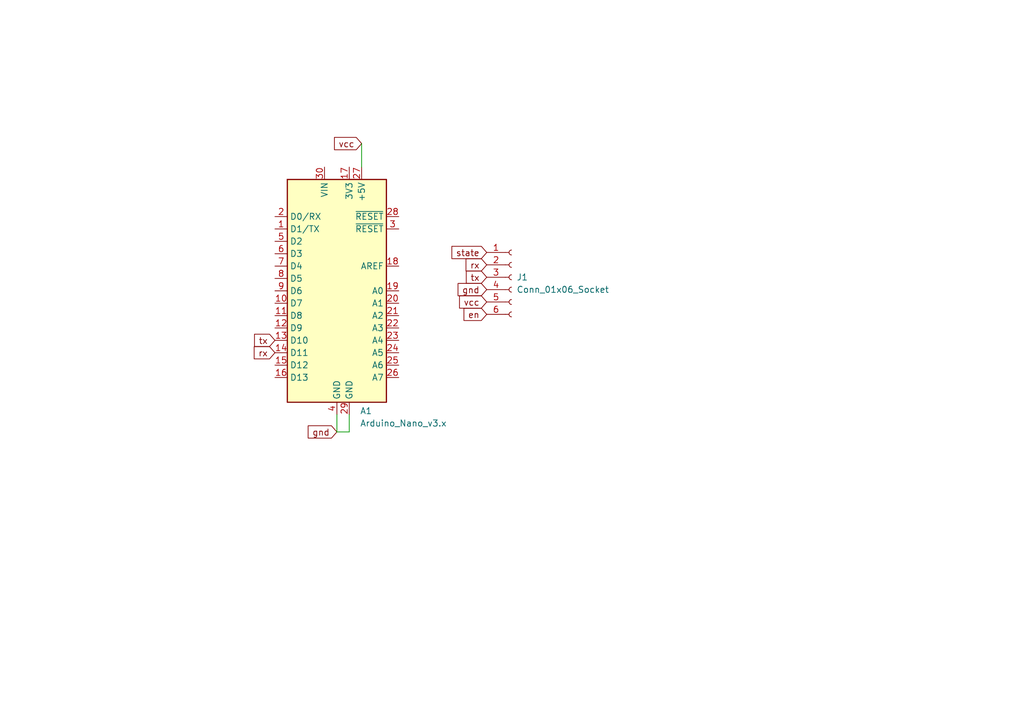
<source format=kicad_sch>
(kicad_sch (version 20230121) (generator eeschema)
  (paper "A5")
  (lib_symbols
    (symbol "Connector:Conn_01x06_Socket" (pin_names (offset 1.016) hide)
      (property "Reference" "J" (at 0 7.62 0))
      (property "Value" "Conn_01x06_Socket" (at 0 -10.16 0))
      (symbol "Conn_01x06_Socket_1_1"
        (arc (start 0 -7.112) (mid -0.5058 -7.62) (end 0 -8.128) (stroke (width 0.1524)))
        (arc (start 0 -4.572) (mid -0.5058 -5.08) (end 0 -5.588) (stroke (width 0.1524)))
        (arc (start 0 -2.032) (mid -0.5058 -2.54) (end 0 -3.048) (stroke (width 0.1524)))
        (polyline (pts (xy -1.27 -7.62) (xy -0.508 -7.62)) (stroke (width 0.1524)))
        (polyline (pts (xy -1.27 -5.08) (xy -0.508 -5.08)) (stroke (width 0.1524)))
        (polyline (pts (xy -1.27 -2.54) (xy -0.508 -2.54)) (stroke (width 0.1524)))
        (polyline (pts (xy -1.27 0) (xy -0.508 0)) (stroke (width 0.1524)))
        (polyline (pts (xy -1.27 2.54) (xy -0.508 2.54)) (stroke (width 0.1524)))
        (polyline (pts (xy -1.27 5.08) (xy -0.508 5.08)) (stroke (width 0.1524)))
        (arc (start 0 0.508) (mid -0.5058 0) (end 0 -0.508) (stroke (width 0.1524)))
        (arc (start 0 3.048) (mid -0.5058 2.54) (end 0 2.032) (stroke (width 0.1524)))
        (arc (start 0 5.588) (mid -0.5058 5.08) (end 0 4.572) (stroke (width 0.1524)))
        (pin passive line (at -5.08 5.08 0) (length 3.81) (name "Pin_1") (number "1"))
        (pin passive line (at -5.08 2.54 0) (length 3.81) (name "Pin_2") (number "2"))
        (pin passive line (at -5.08 0 0) (length 3.81) (name "Pin_3") (number "3"))
        (pin passive line (at -5.08 -2.54 0) (length 3.81) (name "Pin_4") (number "4"))
        (pin passive line (at -5.08 -5.08 0) (length 3.81) (name "Pin_5") (number "5"))
        (pin passive line (at -5.08 -7.62 0) (length 3.81) (name "Pin_6") (number "6"))
      )
    )
    (symbol "MCU_Module:Arduino_Nano_v3.x"
      (property "Reference" "A" (at -10.16 23.495 0))
      (property "Value" "Arduino_Nano_v3.x" (at 5.08 -24.13 0))
      (symbol "Arduino_Nano_v3.x_0_1"
        (rectangle (start -10.16 22.86) (end 10.16 -22.86) (stroke (width 0.254)) (fill (type background)))
      )
      (symbol "Arduino_Nano_v3.x_1_1"
        (pin bidirectional line (at -12.7 12.7 0) (length 2.54) (name "D1/TX") (number "1"))
        (pin bidirectional line (at -12.7 -2.54 0) (length 2.54) (name "D7") (number "10"))
        (pin bidirectional line (at -12.7 -5.08 0) (length 2.54) (name "D8") (number "11"))
        (pin bidirectional line (at -12.7 -7.62 0) (length 2.54) (name "D9") (number "12"))
        (pin bidirectional line (at -12.7 -10.16 0) (length 2.54) (name "D10") (number "13"))
        (pin bidirectional line (at -12.7 -12.7 0) (length 2.54) (name "D11") (number "14"))
        (pin bidirectional line (at -12.7 -15.24 0) (length 2.54) (name "D12") (number "15"))
        (pin bidirectional line (at -12.7 -17.78 0) (length 2.54) (name "D13") (number "16"))
        (pin power_out line (at 2.54 25.4 270) (length 2.54) (name "3V3") (number "17"))
        (pin input line (at 12.7 5.08 180) (length 2.54) (name "AREF") (number "18"))
        (pin bidirectional line (at 12.7 0 180) (length 2.54) (name "A0") (number "19"))
        (pin bidirectional line (at -12.7 15.24 0) (length 2.54) (name "D0/RX") (number "2"))
        (pin bidirectional line (at 12.7 -2.54 180) (length 2.54) (name "A1") (number "20"))
        (pin bidirectional line (at 12.7 -5.08 180) (length 2.54) (name "A2") (number "21"))
        (pin bidirectional line (at 12.7 -7.62 180) (length 2.54) (name "A3") (number "22"))
        (pin bidirectional line (at 12.7 -10.16 180) (length 2.54) (name "A4") (number "23"))
        (pin bidirectional line (at 12.7 -12.7 180) (length 2.54) (name "A5") (number "24"))
        (pin bidirectional line (at 12.7 -15.24 180) (length 2.54) (name "A6") (number "25"))
        (pin bidirectional line (at 12.7 -17.78 180) (length 2.54) (name "A7") (number "26"))
        (pin power_out line (at 5.08 25.4 270) (length 2.54) (name "+5V") (number "27"))
        (pin input line (at 12.7 15.24 180) (length 2.54) (name "~{RESET}") (number "28"))
        (pin power_in line (at 2.54 -25.4 90) (length 2.54) (name "GND") (number "29"))
        (pin input line (at 12.7 12.7 180) (length 2.54) (name "~{RESET}") (number "3"))
        (pin power_in line (at -2.54 25.4 270) (length 2.54) (name "VIN") (number "30"))
        (pin power_in line (at 0 -25.4 90) (length 2.54) (name "GND") (number "4"))
        (pin bidirectional line (at -12.7 10.16 0) (length 2.54) (name "D2") (number "5"))
        (pin bidirectional line (at -12.7 7.62 0) (length 2.54) (name "D3") (number "6"))
        (pin bidirectional line (at -12.7 5.08 0) (length 2.54) (name "D4") (number "7"))
        (pin bidirectional line (at -12.7 2.54 0) (length 2.54) (name "D5") (number "8"))
        (pin bidirectional line (at -12.7 0 0) (length 2.54) (name "D6") (number "9"))
      )
    )
  )
  (wire (pts (xy 71.628 88.646) (xy 69.088 88.646)))
  (wire (pts (xy 71.628 85.09) (xy 71.628 88.646)))
  (wire (pts (xy 74.168 34.29) (xy 74.168 29.464)))
  (wire (pts (xy 69.088 85.09) (xy 69.088 88.646)))
  (global_label "state" (shape input) (at 99.822 51.816 180) (property "Intersheetrefs" "${INTERSHEET_REFS}" (effects hide)))
  (global_label "gnd" (shape input) (at 99.822 59.436 180) (property "Intersheetrefs" "${INTERSHEET_REFS}" (effects hide)))
  (global_label "vcc" (shape input) (at 99.822 61.976 180) (property "Intersheetrefs" "${INTERSHEET_REFS}" (effects hide)))
  (global_label "vcc" (shape input) (at 74.168 29.464 180) (property "Intersheetrefs" "${INTERSHEET_REFS}" (effects hide)))
  (global_label "en" (shape input) (at 99.822 64.516 180) (property "Intersheetrefs" "${INTERSHEET_REFS}" (effects hide)))
  (global_label "gnd" (shape input) (at 69.088 88.646 180) (property "Intersheetrefs" "${INTERSHEET_REFS}" (effects hide)))
  (global_label "tx" (shape input) (at 99.822 56.896 180) (property "Intersheetrefs" "${INTERSHEET_REFS}" (effects hide)))
  (global_label "rx" (shape input) (at 99.822 54.356 180) (property "Intersheetrefs" "${INTERSHEET_REFS}" (effects hide)))
  (global_label "tx" (shape input) (at 56.388 69.85 180) (property "Intersheetrefs" "${INTERSHEET_REFS}" (effects hide)))
  (global_label "rx" (shape input) (at 56.388 72.39 180) (property "Intersheetrefs" "${INTERSHEET_REFS}" (effects hide)))
  (symbol (lib_id "Connector:Conn_01x06_Socket") (at 104.902 56.896 0) (unit 1)
    (property "Reference" "J1" (at 105.918 56.896 0) (effects (justify left)))
    (property "Value" "Conn_01x06_Socket" (at 105.918 59.436 0) (effects (justify left)))
    (property "Footprint" "Connector_PinSocket_2.54mm:PinSocket_1x06_P2.54mm_Vertical" (effects hide))
  )
  (symbol (lib_id "MCU_Module:Arduino_Nano_v3.x") (at 69.088 59.69 0) (unit 1)
    (property "Reference" "A1" (at 73.8221 84.328 0) (effects (justify left)))
    (property "Value" "Arduino_Nano_v3.x" (at 73.8221 86.868 0) (effects (justify left)))
    (property "Footprint" "Module:Arduino_Nano" (effects hide))
    (property "Datasheet" "http://www.mouser.com/pdfdocs/Gravitech_Arduino_Nano3_0.pdf" (effects hide))
  )
)
</source>
